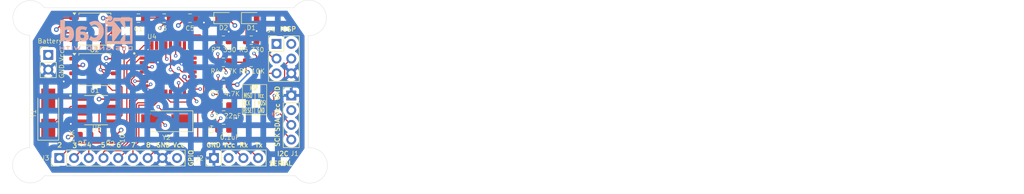
<source format=kicad_pcb>
(kicad_pcb (version 20241229) (generator "pcbnew") (generator_version "9.0")
  (title_block (title "${project_name}") (date "2025-05-20") (rev "1") (company "2-Layer PCB Version"))
  (layers (0 "F.Cu" mixed) (4 "In1.Cu" mixed) (6 "In2.Cu" mixed) (2 "B.Cu" mixed) (13 "F.Paste" user) (15 "B.Paste" user) (5 "F.SilkS" user "F.Silkscreen") (7 "B.SilkS" user "B.Silkscreen") (1 "F.Mask" user) (3 "B.Mask" user) (25 "Edge.Cuts" user))
  (property "project_name" "MCU Datalogger with memory and clock")
  (net 0 "")
  (net 1 "Net-(U5-~{INTA})")
  (net 2 "GND")
  (net 3 "/Vcc")
  (net 4 "Net-(U4-PB6)")
  (net 5 "Net-(U4-PB7)")
  (net 6 "/Abc123")
  (net 7 "Net-(D1-K)")
  (net 8 "/SCK")
  (net 9 "Net-(D2-K)")
  (net 10 "/SDA")
  (net 11 "/TX")
  (net 12 "/RX")
  (net 13 "/D8")
  (net 14 "/D2")
  (net 15 "/D6")
  (net 16 "/D7")
  (net 17 "/D3")
  (net 18 "/D4")
  (net 19 "/D5")
  (net 20 "/MOSI")
  (net 21 "/MISO")
  (net 22 "/RESET")
  (net 32 "Net-(U5-SQW{slash}~INT)")
  (net 33 "Net-(U5-X2)")
  (net 34 "Net-(U5-X1)")
  (footprint "Connector_PinHeader_2.54mm:PinHeader_1x02_P2.54mm_Vertical" (layer "F.Cu") (at 81.915 59.685)
    (property "Reference" "BT1")
    (property "Value" "Battery" (at 0.285 -2.385 0) (layer "F.SilkS") (effects (font (size 0.8 0.8) (thickness 0.1))))
    (pad "1" thru_hole rect (at 0 0) (size 1.7 1.7) (drill 1) (layers "*.Cu" "*.Mask") (net 3 "/Vcc"))
    (pad "2" thru_hole circle (at 0 2.54) (size 1.7 1.7) (drill 1) (layers "*.Cu" "*.Mask") (net 2 "GND"))
  )
  (footprint "Package_SO:SOIC-8_5.3x5.3mm_P1.27mm" (layer "F.Cu") (at 89.9475 62.23)
    (property "Reference" "U1" (at 0 3.57 0) (layer "F.SilkS") (effects (font (size 0.8 0.8) (thickness 0.1))))
    (property "Value" "24LC1025")
    (pad "1" smd roundrect (at -3.5875 -1.905) (size 1.625 0.65) (layers "F.Cu" "F.Mask" "F.Paste") (net 3 "/Vcc"))
    (pad "2" smd roundrect (at -3.5875 -0.635) (size 1.625 0.65) (layers "F.Cu" "F.Mask" "F.Paste") (net 3 "/Vcc"))
    (pad "3" smd roundrect (at -3.5875 0.635) (size 1.625 0.65) (layers "F.Cu" "F.Mask" "F.Paste") (net 3 "/Vcc"))
    (pad "4" smd roundrect (at -3.5875 1.905) (size 1.625 0.65) (layers "F.Cu" "F.Mask" "F.Paste") (net 2 "GND"))
    (pad "5" smd roundrect (at 3.5875 1.905) (size 1.625 0.65) (layers "F.Cu" "F.Mask" "F.Paste") (net 10 "/SDA"))
    (pad "6" smd roundrect (at 3.5875 0.635) (size 1.625 0.65) (layers "F.Cu" "F.Mask" "F.Paste") (net 8 "/SCK"))
    (pad "7" smd roundrect (at 3.5875 -0.635) (size 1.625 0.65) (layers "F.Cu" "F.Mask" "F.Paste") (net 2 "GND"))
    (pad "8" smd roundrect (at 3.5875 -1.905) (size 1.625 0.65) (layers "F.Cu" "F.Mask" "F.Paste") (net 3 "/Vcc"))
  )
  (footprint "Resistor_SMD:R_0805_2012Metric" (layer "F.Cu") (at 92.3525 73.66 180)
    (property "Reference" "R2" (at -0.2475 -1.34 0) (layer "F.SilkS") (effects (font (size 0.8 0.8) (thickness 0.1))))
    (property "Value" "10K" (at -2.3475 -0.04 90) (layer "F.SilkS") (effects (font (size 0.8 0.8) (thickness 0.1))))
    (pad "1" smd roundrect (at -0.9125 0 180) (size 1.025 1.4) (layers "F.Cu" "F.Mask" "F.Paste") (roundrect_rratio 0.243902) (net 3 "/Vcc"))
    (pad "2" smd roundrect (at 0.9125 0 180) (size 1.025 1.4) (layers "F.Cu" "F.Mask" "F.Paste") (roundrect_rratio 0.243902) (net 32 "Net-(U5-SQW{slash}~INT)"))
  )
  (footprint "Capacitor_SMD:C_0805_2012Metric" (layer "F.Cu") (at 97.47 53.34)
    (property "Reference" "C1" (at 0 1.86 0) (layer "F.SilkS") (effects (font (size 0.8 0.8) (thickness 0.1))))
    (property "Value" "0.1uF")
    (pad "1" smd roundrect (at -0.95 0) (size 1 1.45) (layers "F.Cu" "F.Mask" "F.Paste") (net 3 "/Vcc"))
    (pad "2" smd roundrect (at 0.95 0) (size 1 1.45) (layers "F.Cu" "F.Mask" "F.Paste") (net 2 "GND"))
  )
  (footprint "MountingHole:MountingHole_2.1mm" (layer "F.Cu") (at 78.74 78.74)
    (property "Reference" "H2")
    (property "Value" "MountingHole")
    (pad "" np_thru_hole circle (at 0 0) (size 2.1 2.1) (drill 2.1) (layers "*.Cu" "*.Mask"))
  )
  (footprint "Connector_PinHeader_2.54mm:PinHeader_1x04_P2.54mm_Vertical" (layer "F.Cu") (at 123.825 66.675)
    (property "Reference" "J1" (at 0.575 10.025 0) (layer "F.SilkS") (effects (font (size 0.8 0.8) (thickness 0.1))))
    (property "Value" "Conn_01x04_Pin")
    (pad "1" thru_hole rect (at 0 0) (size 1.7 1.7) (drill 1) (layers "*.Cu" "*.Mask") (net 2 "GND"))
    (pad "2" thru_hole circle (at 0 2.54) (size 1.7 1.7) (drill 1) (layers "*.Cu" "*.Mask") (net 3 "/Vcc"))
    (pad "3" thru_hole circle (at 0 5.08) (size 1.7 1.7) (drill 1) (layers "*.Cu" "*.Mask") (net 10 "/SDA"))
    (pad "4" thru_hole circle (at 0 7.62) (size 1.7 1.7) (drill 1) (layers "*.Cu" "*.Mask") (net 8 "/SCK"))
  )
  (footprint "Crystal:Crystal_SMD_5032-2Pin_5.0x3.2mm_HandSoldering" (layer "F.Cu") (at 81.915 69.85 90)
    (property "Reference" "Y1" (at 0.05 -2.515 90) (layer "F.SilkS") (effects (font (size 0.8 0.8) (thickness 0.1))))
    (property "Value" "32.768 KHz")
    (pad "1" smd rect (at -2.6 0 90) (size 3.5 2.4) (layers "F.Cu" "F.Mask" "F.Paste") (net 33 "Net-(U5-X2)"))
    (pad "2" smd rect (at 2.6 0 90) (size 3.5 2.4) (layers "F.Cu" "F.Mask" "F.Paste") (net 34 "Net-(U5-X1)"))
  )
  (footprint "Capacitor_SMD:C_0805_2012Metric" (layer "F.Cu") (at 106.36 53.34)
    (property "Reference" "C5" (at 0 1.76 0) (layer "F.SilkS") (effects (font (size 0.8 0.8) (thickness 0.1))))
    (property "Value" "100nF")
    (pad "1" smd roundrect (at -0.95 0) (size 1 1.45) (layers "F.Cu" "F.Mask" "F.Paste") (net 3 "/Vcc"))
    (pad "2" smd roundrect (at 0.95 0) (size 1 1.45) (layers "F.Cu" "F.Mask" "F.Paste") (net 2 "GND"))
  )
  (footprint "Crystal:Crystal_SMD_5032-2Pin_5.0x3.2mm_HandSoldering" (layer "F.Cu") (at 102.295 71.12 180)
    (property "Reference" "Y2" (at 0 -2.8 0) (layer "F.SilkS") (effects (font (size 0.8 0.8) (thickness 0.1))))
    (property "Value" "16 MHz")
    (pad "1" smd rect (at -2.6 0 180) (size 3.5 2.4) (layers "F.Cu" "F.Mask" "F.Paste") (net 5 "Net-(U4-PB7)"))
    (pad "2" smd rect (at 2.6 0 180) (size 3.5 2.4) (layers "F.Cu" "F.Mask" "F.Paste") (net 4 "Net-(U4-PB6)"))
  )
  (footprint "Resistor_SMD:R_0805_2012Metric" (layer "F.Cu") (at 112.1175 57.15)
    (property "Reference" "R7" (at -1.3175 1.65 0) (layer "F.SilkS") (effects (font (size 0.8 0.8) (thickness 0.1))))
    (property "Value" "330" (at 1.0825 1.65 0) (layer "F.SilkS") (effects (font (size 0.8 0.8) (thickness 0.1))))
    (pad "1" smd roundrect (at -0.9125 0) (size 1.025 1.4) (layers "F.Cu" "F.Mask" "F.Paste") (roundrect_rratio 0.243902) (net 9 "Net-(D2-K)"))
    (pad "2" smd roundrect (at 0.9125 0) (size 1.025 1.4) (layers "F.Cu" "F.Mask" "F.Paste") (roundrect_rratio 0.243902) (net 2 "GND"))
  )
  (footprint "Footprints:QFP80P900X900X120-32N" (layer "F.Cu") (at 102.595 62.23)
    (property "Reference" "U4" (at -2.795 -5.695 0) (layer "F.SilkS") (effects (font (size 0.8 0.8) (thickness 0.1))))
    (property "Value" "ATMEGA328P-AU")
    (pad "1" smd roundrect (at -4.17 -2.8) (size 1.47 0.55) (layers "F.Cu" "F.Mask" "F.Paste") (roundrect_rratio 0.125) (net 17 "/D3"))
    (pad "2" smd roundrect (at -4.17 -2) (size 1.47 0.55) (layers "F.Cu" "F.Mask" "F.Paste") (roundrect_rratio 0.125) (net 18 "/D4"))
    (pad "3" smd roundrect (at -4.17 -1.2) (size 1.47 0.55) (layers "F.Cu" "F.Mask" "F.Paste") (roundrect_rratio 0.125) (net 2 "GND"))
    (pad "4" smd roundrect (at -4.17 -0.4) (size 1.47 0.55) (layers "F.Cu" "F.Mask" "F.Paste") (roundrect_rratio 0.125) (net 3 "/Vcc"))
    (pad "5" smd roundrect (at -4.17 0.4) (size 1.47 0.55) (layers "F.Cu" "F.Mask" "F.Paste") (roundrect_rratio 0.125) (net 2 "GND"))
    (pad "6" smd roundrect (at -4.17 1.2) (size 1.47 0.55) (layers "F.Cu" "F.Mask" "F.Paste") (roundrect_rratio 0.125))
    (pad "7" smd roundrect (at -4.17 2) (size 1.47 0.55) (layers "F.Cu" "F.Mask" "F.Paste") (roundrect_rratio 0.125) (net 4 "Net-(U4-PB6)"))
    (pad "8" smd roundrect (at -4.17 2.8) (size 1.47 0.55) (layers "F.Cu" "F.Mask" "F.Paste") (roundrect_rratio 0.125) (net 5 "Net-(U4-PB7)"))
    (pad "9" smd roundrect (at -2.8 4.17) (size 0.55 1.47) (layers "F.Cu" "F.Mask" "F.Paste") (roundrect_rratio 0.125) (net 19 "/D5"))
    (pad "10" smd roundrect (at -2 4.17) (size 0.55 1.47) (layers "F.Cu" "F.Mask" "F.Paste") (roundrect_rratio 0.125) (net 15 "/D6"))
    (pad "11" smd roundrect (at -1.2 4.17) (size 0.55 1.47) (layers "F.Cu" "F.Mask" "F.Paste") (roundrect_rratio 0.125) (net 16 "/D7"))
    (pad "12" smd roundrect (at -0.4 4.17) (size 0.55 1.47) (layers "F.Cu" "F.Mask" "F.Paste") (roundrect_rratio 0.125) (net 13 "/D8"))
    (pad "13" smd roundrect (at 0.4 4.17) (size 0.55 1.47) (layers "F.Cu" "F.Mask" "F.Paste") (roundrect_rratio 0.125))
    (pad "14" smd roundrect (at 1.2 4.17) (size 0.55 1.47) (layers "F.Cu" "F.Mask" "F.Paste") (roundrect_rratio 0.125))
    (pad "15" smd roundrect (at 2 4.17) (size 0.55 1.47) (layers "F.Cu" "F.Mask" "F.Paste") (roundrect_rratio 0.125) (net 20 "/MOSI"))
    (pad "16" smd roundrect (at 2.8 4.17) (size 0.55 1.47) (layers "F.Cu" "F.Mask" "F.Paste") (roundrect_rratio 0.125) (net 21 "/MISO"))
    (pad "17" smd roundrect (at 4.17 2.8) (size 1.47 0.55) (layers "F.Cu" "F.Mask" "F.Paste") (roundrect_rratio 0.125) (net 8 "/SCK"))
    (pad "18" smd roundrect (at 4.17 2) (size 1.47 0.55) (layers "F.Cu" "F.Mask" "F.Paste") (roundrect_rratio 0.125) (net 3 "/Vcc"))
    (pad "19" smd roundrect (at 4.17 1.2) (size 1.47 0.55) (layers "F.Cu" "F.Mask" "F.Paste") (roundrect_rratio 0.125))
    (pad "20" smd roundrect (at 4.17 0.4) (size 1.47 0.55) (layers "F.Cu" "F.Mask" "F.Paste") (roundrect_rratio 0.125) (net 6 "/Abc123"))
    (pad "21" smd roundrect (at 4.17 -0.4) (size 1.47 0.55) (layers "F.Cu" "F.Mask" "F.Paste") (roundrect_rratio 0.125) (net 2 "GND"))
    (pad "22" smd roundrect (at 4.17 -1.2) (size 1.47 0.55) (layers "F.Cu" "F.Mask" "F.Paste") (roundrect_rratio 0.125))
    (pad "23" smd roundrect (at 4.17 -2) (size 1.47 0.55) (layers "F.Cu" "F.Mask" "F.Paste") (roundrect_rratio 0.125))
    (pad "24" smd roundrect (at 4.17 -2.8) (size 1.47 0.55) (layers "F.Cu" "F.Mask" "F.Paste") (roundrect_rratio 0.125))
    (pad "25" smd roundrect (at 2.8 -4.17) (size 0.55 1.47) (layers "F.Cu" "F.Mask" "F.Paste") (roundrect_rratio 0.125))
    (pad "26" smd roundrect (at 2 -4.17) (size 0.55 1.47) (layers "F.Cu" "F.Mask" "F.Paste") (roundrect_rratio 0.125))
    (pad "27" smd roundrect (at 1.2 -4.17) (size 0.55 1.47) (layers "F.Cu" "F.Mask" "F.Paste") (roundrect_rratio 0.125) (net 10 "/SDA"))
    (pad "28" smd roundrect (at 0.4 -4.17) (size 0.55 1.47) (layers "F.Cu" "F.Mask" "F.Paste") (roundrect_rratio 0.125) (net 8 "/SCK"))
    (pad "29" smd roundrect (at -0.4 -4.17) (size 0.55 1.47) (layers "F.Cu" "F.Mask" "F.Paste") (roundrect_rratio 0.125) (net 22 "/RESET"))
    (pad "30" smd roundrect (at -1.2 -4.17) (size 0.55 1.47) (layers "F.Cu" "F.Mask" "F.Paste") (roundrect_rratio 0.125) (net 12 "/RX"))
    (pad "31" smd roundrect (at -2 -4.17) (size 0.55 1.47) (layers "F.Cu" "F.Mask" "F.Paste") (roundrect_rratio 0.125) (net 11 "/TX"))
    (pad "32" smd roundrect (at -2.8 -4.17) (size 0.55 1.47) (layers "F.Cu" "F.Mask" "F.Paste") (roundrect_rratio 0.125) (net 14 "/D2"))
  )
  (footprint "Resistor_SMD:R_0805_2012Metric" (layer "F.Cu") (at 112.1175 64.77 180)
    (property "Reference" "R3" (at 1.5175 -1.53 0) (layer "F.SilkS") (effects (font (size 0.8 0.8) (thickness 0.1))))
    (property "Value" "4.7K" (at -1.4825 -1.63 0) (layer "F.SilkS") (effects (font (size 0.8 0.8) (thickness 0.1))))
    (pad "1" smd roundrect (at -0.9125 0 180) (size 1.025 1.4) (layers "F.Cu" "F.Mask" "F.Paste") (roundrect_rratio 0.243902) (net 3 "/Vcc"))
    (pad "2" smd roundrect (at 0.9125 0 180) (size 1.025 1.4) (layers "F.Cu" "F.Mask" "F.Paste") (roundrect_rratio 0.243902) (net 8 "/SCK"))
  )
  (footprint "Connector_PinHeader_2.54mm:PinHeader_2x03_P2.54mm_Vertical" (layer "F.Cu") (at 121.285 57.785)
    (property "Reference" "J4" (at -0.885 -2.38 0) (layer "F.SilkS") (effects (font (size 0.8 0.8) (thickness 0.1))))
    (property "Value" "Conn_02x03_Odd_Even")
    (pad "1" thru_hole rect (at 0 0) (size 1.7 1.7) (drill 1) (layers "*.Cu" "*.Mask") (net 21 "/MISO"))
    (pad "2" thru_hole circle (at 2.54 0) (size 1.7 1.7) (drill 1) (layers "*.Cu" "*.Mask") (net 3 "/Vcc"))
    (pad "3" thru_hole circle (at 0 2.54) (size 1.7 1.7) (drill 1) (layers "*.Cu" "*.Mask") (net 8 "/SCK"))
    (pad "4" thru_hole circle (at 2.54 2.54) (size 1.7 1.7) (drill 1) (layers "*.Cu" "*.Mask") (net 20 "/MOSI"))
    (pad "5" thru_hole circle (at 0 5.08) (size 1.7 1.7) (drill 1) (layers "*.Cu" "*.Mask") (net 22 "/RESET"))
    (pad "6" thru_hole circle (at 2.54 5.08) (size 1.7 1.7) (drill 1) (layers "*.Cu" "*.Mask") (net 2 "GND"))
  )
  (footprint "Capacitor_SMD:C_0805_2012Metric" (layer "F.Cu") (at 112.155 68.58 180)
    (property "Reference" "C2" (at 1.655 -1.62 0) (layer "F.SilkS") (effects (font (size 0.8 0.8) (thickness 0.1))))
    (property "Value" "22pF" (at -1.545 -1.62 0) (layer "F.SilkS") (effects (font (size 0.8 0.8) (thickness 0.1))))
    (pad "1" smd roundrect (at -0.95 0 180) (size 1 1.45) (layers "F.Cu" "F.Mask" "F.Paste") (net 2 "GND"))
    (pad "2" smd roundrect (at 0.95 0 180) (size 1 1.45) (layers "F.Cu" "F.Mask" "F.Paste") (net 4 "Net-(U4-PB6)"))
  )
  (footprint "Capacitor_SMD:C_0805_2012Metric" (layer "F.Cu") (at 101.915 53.34)
    (property "Reference" "C3" (at -0.315 1.76 0) (layer "F.SilkS") (effects (font (size 0.8 0.8) (thickness 0.1))))
    (property "Value" "22pF")
    (pad "1" smd roundrect (at -0.95 0) (size 1 1.45) (layers "F.Cu" "F.Mask" "F.Paste") (net 2 "GND"))
    (pad "2" smd roundrect (at 0.95 0) (size 1 1.45) (layers "F.Cu" "F.Mask" "F.Paste") (net 5 "Net-(U4-PB7)"))
  )
  (footprint "Resistor_SMD:R_0805_2012Metric" (layer "F.Cu") (at 88.265 73.66)
    (property "Reference" "R1" (at -0.465 1.34 0) (layer "F.SilkS") (effects (font (size 0.8 0.8) (thickness 0.1))))
    (property "Value" "10K" (at -2.265 0.04 270) (layer "F.SilkS") (effects (font (size 0.8 0.8) (thickness 0.1))))
    (pad "1" smd roundrect (at -0.9125 0) (size 1.025 1.4) (layers "F.Cu" "F.Mask" "F.Paste") (roundrect_rratio 0.243902) (net 3 "/Vcc"))
    (pad "2" smd roundrect (at 0.9125 0) (size 1.025 1.4) (layers "F.Cu" "F.Mask" "F.Paste") (roundrect_rratio 0.243902) (net 1 "Net-(U5-~{INTA})"))
  )
  (footprint "Resistor_SMD:R_0805_2012Metric" (layer "F.Cu") (at 116.92 57.15 180)
    (property "Reference" "R5" (at 1.32 -1.65 0) (layer "F.SilkS") (effects (font (size 0.8 0.8) (thickness 0.1))))
    (property "Value" "330" (at -1.08 -1.65 0) (layer "F.SilkS") (effects (font (size 0.8 0.8) (thickness 0.1))))
    (pad "1" smd roundrect (at -0.9125 0 180) (size 1.025 1.4) (layers "F.Cu" "F.Mask" "F.Paste") (roundrect_rratio 0.243902) (net 2 "GND"))
    (pad "2" smd roundrect (at 0.9125 0 180) (size 1.025 1.4) (layers "F.Cu" "F.Mask" "F.Paste") (roundrect_rratio 0.243902) (net 7 "Net-(D1-K)"))
  )
  (footprint "Capacitor_SMD:C_0805_2012Metric" (layer "F.Cu") (at 112.155 72.39 180)
    (property "Reference" "C4" (at 2.155 -0.11 90) (layer "F.SilkS") (effects (font (size 0.8 0.8) (thickness 0.1))))
    (property "Value" "0.1uF" (at -1.045 -1.51 180) (layer "F.SilkS") (effects (font (size 0.8 0.8) (thickness 0.1))))
    (pad "1" smd roundrect (at -0.95 0 180) (size 1 1.45) (layers "F.Cu" "F.Mask" "F.Paste") (net 2 "GND"))
    (pad "2" smd roundrect (at 0.95 0 180) (size 1 1.45) (layers "F.Cu" "F.Mask" "F.Paste") (net 6 "/Abc123"))
  )
  (footprint "MountingHole:MountingHole_2.1mm" (layer "F.Cu") (at 127 78.74)
    (property "Reference" "H4")
    (property "Value" "MountingHole")
    (pad "" np_thru_hole circle (at 0 0) (size 2.1 2.1) (drill 2.1) (layers "*.Cu" "*.Mask"))
  )
  (footprint "Connector_PinHeader_2.54mm:PinHeader_1x09_P2.54mm_Vertical" (layer "F.Cu") (at 83.82 77.47 90)
    (property "Reference" "J3" (at 0 -2.42 180) (layer "F.SilkS") (effects (font (size 0.8 0.8) (thickness 0.1))))
    (property "Value" "Conn_01x09_Pin")
    (pad "1" thru_hole rect (at 0 0 90) (size 1.7 1.7) (drill 1) (layers "*.Cu" "*.Mask") (net 14 "/D2"))
    (pad "2" thru_hole circle (at 0 2.54 90) (size 1.7 1.7) (drill 1) (layers "*.Cu" "*.Mask") (net 17 "/D3"))
    (pad "3" thru_hole circle (at 0 5.08 90) (size 1.7 1.7) (drill 1) (layers "*.Cu" "*.Mask") (net 18 "/D4"))
    (pad "4" thru_hole circle (at 0 7.62 90) (size 1.7 1.7) (drill 1) (layers "*.Cu" "*.Mask") (net 19 "/D5"))
    (pad "5" thru_hole circle (at 0 10.16 90) (size 1.7 1.7) (drill 1) (layers "*.Cu" "*.Mask") (net 15 "/D6"))
    (pad "6" thru_hole circle (at 0 12.7 90) (size 1.7 1.7) (drill 1) (layers "*.Cu" "*.Mask") (net 16 "/D7"))
    (pad "7" thru_hole circle (at 0 15.24 90) (size 1.7 1.7) (drill 1) (layers "*.Cu" "*.Mask") (net 13 "/D8"))
    (pad "8" thru_hole circle (at 0 17.78 90) (size 1.7 1.7) (drill 1) (layers "*.Cu" "*.Mask") (net 2 "GND"))
    (pad "9" thru_hole circle (at 0 20.32 90) (size 1.7 1.7) (drill 1) (layers "*.Cu" "*.Mask") (net 3 "/Vcc"))
  )
  (footprint "Footprints:SOIC127P600X175-8N" (layer "F.Cu") (at 90.17 69.215)
    (property "Reference" "U5" (at 0.13 3.085 0) (layer "F.SilkS") (effects (font (size 0.8 0.8) (thickness 0.1))))
    (property "Value" "DS1337S_")
    (pad "1" smd roundrect (at -2.475 -1.905) (size 1.97 0.59) (layers "F.Cu" "F.Mask" "F.Paste") (roundrect_rratio 0.125) (net 34 "Net-(U5-X1)"))
    (pad "2" smd roundrect (at -2.475 -0.635) (size 1.97 0.59) (layers "F.Cu" "F.Mask" "F.Paste") (roundrect_rratio 0.125) (net 33 "Net-(U5-X2)"))
    (pad "3" smd roundrect (at -2.475 0.635) (size 1.97 0.59) (layers "F.Cu" "F.Mask" "F.Paste") (roundrect_rratio 0.125) (net 1 "Net-(U5-~{INTA})"))
    (pad "4" smd roundrect (at -2.475 1.905) (size 1.97 0.59) (layers "F.Cu" "F.Mask" "F.Paste") (roundrect_rratio 0.125) (net 2 "GND"))
    (pad "5" smd roundrect (at 2.475 1.905) (size 1.97 0.59) (layers "F.Cu" "F.Mask" "F.Paste") (roundrect_rratio 0.125) (net 10 "/SDA"))
    (pad "6" smd roundrect (at 2.475 0.635) (size 1.97 0.59) (layers "F.Cu" "F.Mask" "F.Paste") (roundrect_rratio 0.125) (net 8 "/SCK"))
    (pad "7" smd roundrect (at 2.475 -0.635) (size 1.97 0.59) (layers "F.Cu" "F.Mask" "F.Paste") (roundrect_rratio 0.125) (net 32 "Net-(U5-SQW{slash}~INT)"))
    (pad "8" smd roundrect (at 2.475 -1.905) (size 1.97 0.59) (layers "F.Cu" "F.Mask" "F.Paste") (roundrect_rratio 0.125) (net 3 "/Vcc"))
  )
  (footprint "Connector_PinHeader_2.54mm:PinHeader_1x04_P2.54mm_Vertical" (layer "F.Cu") (at 110.49 77.47 90)
    (property "Reference" "J2" (at -0.03 -2.49 180) (layer "F.SilkS") (effects (font (size 0.8 0.8) (thickness 0.1))))
    (property "Value" "Conn_01x04_Pin")
    (pad "1" thru_hole rect (at 0 0 90) (size 1.7 1.7) (drill 1) (layers "*.Cu" "*.Mask") (net 2 "GND"))
    (pad "2" thru_hole circle (at 0 2.54 90) (size 1.7 1.7) (drill 1) (layers "*.Cu" "*.Mask") (net 3 "/Vcc"))
    (pad "3" thru_hole circle (at 0 5.08 90) (size 1.7 1.7) (drill 1) (layers "*.Cu" "*.Mask") (net 12 "/RX"))
    (pad "4" thru_hole circle (at 0 7.62 90) (size 1.7 1.7) (drill 1) (layers "*.Cu" "*.Mask") (net 11 "/TX"))
  )
  (footprint "LED_SMD:LED_0805_2012Metric" (layer "F.Cu") (at 112.1425 53.34)
    (property "Reference" "D2" (at 0 1.66 0) (layer "F.SilkS") (effects (font (size 0.8 0.8) (thickness 0.1))))
    (property "Value" "LED")
    (pad "1" smd roundrect (at -0.9375 0) (size 0.975 1.4) (layers "F.Cu" "F.Mask" "F.Paste") (net 9 "Net-(D2-K)"))
    (pad "2" smd roundrect (at 0.9375 0) (size 0.975 1.4) (layers "F.Cu" "F.Mask" "F.Paste") (net 3 "/Vcc"))
  )
  (footprint "Resistor_SMD:R_0805_2012Metric" (layer "F.Cu") (at 112.1175 60.96 180)
    (property "Reference" "R4" (at 1.4175 -1.54 0) (layer "F.SilkS") (effects (font (size 0.8 0.8) (thickness 0.1))))
    (property "Value" "4.7K" (at -0.9825 -1.54 0) (layer "F.SilkS") (effects (font (size 0.8 0.8) (thickness 0.1))))
    (pad "1" smd roundrect (at -0.9125 0 180) (size 1.025 1.4) (layers "F.Cu" "F.Mask" "F.Paste") (roundrect_rratio 0.243902) (net 3 "/Vcc"))
    (pad "2" smd roundrect (at 0.9125 0 180) (size 1.025 1.4) (layers "F.Cu" "F.Mask" "F.Paste") (roundrect_rratio 0.243902) (net 10 "/SDA"))
  )
  (footprint "MountingHole:MountingHole_2.1mm" (layer "F.Cu") (at 127 53.3273)
    (property "Reference" "H3")
    (property "Value" "MountingHole")
    (pad "" np_thru_hole circle (at 0 0) (size 2.1 2.1) (drill 2.1) (layers "*.Cu" "*.Mask"))
  )
  (footprint "LED_SMD:LED_0805_2012Metric" (layer "F.Cu") (at 116.92 53.34)
    (property "Reference" "D1" (at 0 1.66 0) (layer "F.SilkS") (effects (font (size 0.8 0.8) (thickness 0.1))))
    (property "Value" "LED")
    (pad "1" smd roundrect (at -0.9375 0) (size 0.975 1.4) (layers "F.Cu" "F.Mask" "F.Paste") (net 7 "Net-(D1-K)"))
    (pad "2" smd roundrect (at 0.9375 0) (size 0.975 1.4) (layers "F.Cu" "F.Mask" "F.Paste") (net 8 "/SCK"))
  )
  (footprint "Package_SO:SOIC-8_5.3x5.3mm_P1.27mm" (layer "F.Cu") (at 89.9475 55.245)
    (property "Reference" "U2" (at -0.0475 3.555 0) (layer "F.SilkS") (effects (font (size 0.8 0.8) (thickness 0.1))))
    (property "Value" "24LC1025")
    (pad "1" smd roundrect (at -3.5875 -1.905) (size 1.625 0.65) (layers "F.Cu" "F.Mask" "F.Paste") (net 3 "/Vcc"))
    (pad "2" smd roundrect (at -3.5875 -0.635) (size 1.625 0.65) (layers "F.Cu" "F.Mask" "F.Paste") (net 2 "GND"))
    (pad "3" smd roundrect (at -3.5875 0.635) (size 1.625 0.65) (layers "F.Cu" "F.Mask" "F.Paste") (net 3 "/Vcc"))
    (pad "4" smd roundrect (at -3.5875 1.905) (size 1.625 0.65) (layers "F.Cu" "F.Mask" "F.Paste") (net 2 "GND"))
    (pad "5" smd roundrect (at 3.5875 1.905) (size 1.625 0.65) (layers "F.Cu" "F.Mask" "F.Paste") (net 10 "/SDA"))
    (pad "6" smd roundrect (at 3.5875 0.635) (size 1.625 0.65) (layers "F.Cu" "F.Mask" "F.Paste") (net 8 "/SCK"))
    (pad "7" smd roundrect (at 3.5875 -0.635) (size 1.625 0.65) (layers "F.Cu" "F.Mask" "F.Paste") (net 2 "GND"))
    (pad "8" smd roundrect (at 3.5875 -1.905) (size 1.625 0.65) (layers "F.Cu" "F.Mask" "F.Paste") (net 3 "/Vcc"))
  )
  (footprint "MountingHole:MountingHole_2.1mm" (layer "F.Cu") (at 78.74 53.34)
    (property "Reference" "H1")
    (property "Value" "MountingHole")
    (pad "" np_thru_hole circle (at 0 0) (size 2.1 2.1) (drill 2.1) (layers "*.Cu" "*.Mask"))
  )
  (footprint "Resistor_SMD:R_0805_2012Metric" (layer "F.Cu") (at 116.92 60.96)
    (property "Reference" "R6" (at -1.32 1.54 0) (layer "F.SilkS") (effects (font (size 0.8 0.8) (thickness 0.1))))
    (property "Value" "10K" (at 1.18 1.54 0) (layer "F.SilkS") (effects (font (size 0.8 0.8) (thickness 0.1))))
    (pad "1" smd roundrect (at -0.9125 0) (size 1.025 1.4) (layers "F.Cu" "F.Mask" "F.Paste") (roundrect_rratio 0.243902) (net 3 "/Vcc"))
    (pad "2" smd roundrect (at 0.9125 0) (size 1.025 1.4) (layers "F.Cu" "F.Mask" "F.Paste") (roundrect_rratio 0.243902) (net 22 "/RESET"))
  )
  (footprint "Symbol:KiCad-Logo2_5mm_SilkScreen" (layer "B.Cu") (at 90.17 55.88 180)
    (property "Reference" "REF**" (hide yes))
    (property "Value" "KiCad-Logo2_5mm_SilkScreen" (hide yes))
  )
  (gr_line (start 115.4 70.0035) (end 119.5783 70.0035) (stroke (width 0.1)) (layer "F.SilkS"))
  (gr_line (start 119.591 70.0035) (end 119.591 64.7965) (stroke (width 0.1)) (layer "F.SilkS"))
  (gr_line (start 119.591 64.7965) (end 115.4 64.7965) (stroke (width 0.1)) (layer "F.SilkS"))
  (gr_line (start 115.4 64.7965) (end 115.4 70.0035) (stroke (width 0.1)) (layer "F.SilkS"))
  (gr_arc (start 81.283871 80.518436) (mid 76.117346 80.148158) (end 78.7146 75.6666) (stroke (width 0.05)) (layer "Edge.Cuts"))
  (gr_arc (start 126.747177 75.726724) (mid 129.79724 80.016608) (end 124.560071 80.543914) (stroke (width 0.05)) (layer "Edge.Cuts"))
  (gr_line (start 124.560071 80.543914) (end 81.28369 80.518) (stroke (width 0.05)) (layer "Edge.Cuts"))
  (gr_arc (start 78.7146 56.315827) (mid 76.165918 51.900076) (end 81.25319 51.562) (stroke (width 0.05)) (layer "Edge.Cuts"))
  (gr_line (start 81.253201 51.562002) (end 124.311276 51.562) (stroke (width 0.05)) (layer "Edge.Cuts"))
  (gr_line (start 126.72056 56.359565) (end 126.747187 75.726724) (stroke (width 0.05)) (layer "Edge.Cuts"))
  (gr_arc (start 124.309875 51.56103) (mid 129.559647 51.92846) (end 126.72056 56.359565) (stroke (width 0.05)) (layer "Edge.Cuts"))
  (gr_line (start 78.7146 56.315778) (end 78.7146 75.6666) (stroke (width 0.05)) (layer "Edge.Cuts"))
  (gr_text "GND" (at 121.9 67.6 90) (layer "F.SilkS") (effects (font (size 0.8 0.8) (thickness 0.15) (bold yes)) (justify left bottom)))
  (gr_text "Rx" (at 114.8 75.7 0) (layer "F.SilkS") (effects (font (size 0.8 0.8) (thickness 0.15) (bold yes)) (justify left bottom)))
  (gr_text "SCK" (at 121.9 75.6 90) (layer "F.SilkS") (effects (font (size 0.8 0.8) (thickness 0.15) (bold yes)) (justify left bottom)))
  (gr_text "Tx" (at 117.5 75.7 0) (layer "F.SilkS") (effects (font (size 0.8 0.8) (thickness 0.15) (bold yes)) (justify left bottom)))
  (gr_text "GND" (at 84.7 63.8 90) (layer "F.SilkS") (effects (font (size 0.8 0.8) (thickness 0.1)) (justify left bottom)))
  (gr_text "8" (at 98.7 75.7 0) (layer "F.SilkS") (effects (font (size 0.8 0.8) (thickness 0.15) (bold yes)) (justify left bottom)))
  (gr_text "GND" (at 100.4 75.7 0) (layer "F.SilkS") (effects (font (size 0.8 0.8) (thickness 0.15) (bold yes)) (justify left bottom)))
  (gr_text "6" (at 93.6 75.7 0) (layer "F.SilkS") (effects (font (size 0.8 0.8) (thickness 0.15) (bold yes)) (justify left bottom)))
  (gr_text "ICSP" (at 121.8 55.7 0) (layer "F.SilkS") (effects (font (size 0.8 0.8) (thickness 0.15) (bold yes)) (justify left bottom)))
  (gr_text "7" (at 96.1 75.7 0) (layer "F.SilkS") (effects (font (size 0.8 0.8) (thickness 0.15) (bold yes)) (justify left bottom)))
  (gr_text "2" (at 83.4 75.7 0) (layer "F.SilkS") (effects (font (size 0.8 0.8) (thickness 0.15) (bold yes)) (justify left bottom)))
  (gr_text "3\n" (at 86 75.8 0) (layer "F.SilkS") (effects (font (size 0.8 0.8) (thickness 0.15) (bold yes)) (justify left bottom)))
  (gr_text "Vcc" (at 121.9 70.2 90) (layer "F.SilkS") (effects (font (size 0.8 0.8) (thickness 0.15) (bold yes)) (justify left bottom)))
  (gr_text "SDA" (at 121.9 73 90) (layer "F.SilkS") (effects (font (size 0.8 0.8) (thickness 0.15) (bold yes)) (justify left bottom)))
  (gr_text "I2C" (at 121.3 77.2 0) (layer "F.SilkS") (effects (font (size 0.8 0.8) (thickness 0.15) (bold yes)) (justify left bottom)))
  (gr_text "GPIO" (at 107 79 90) (layer "F.SilkS") (effects (font (size 0.8 0.8) (thickness 0.15) (bold yes)) (justify left bottom)))
  (gr_text "SERIAL" (at 119.9 78.9 0) (layer "F.SilkS") (effects (font (size 0.8 0.8) (thickness 0.15) (bold yes)) (justify left bottom)))
  (gr_text "ICSP\nMISO | Vcc\n SCK  | MOSI\nRESET| GND" (at 117.376 69.7375 0) (layer "F.SilkS") (effects (font (size 0.8 0.4) (thickness 0.1)) (justify bottom)))
  (gr_text "Vcc" (at 103.3 75.7 0) (layer "F.SilkS") (effects (font (size 0.8 0.8) (thickness 0.15) (bold yes)) (justify left bottom)))
  (gr_text "5" (at 90.9 75.7 0) (layer "F.SilkS") (effects (font (size 0.8 0.8) (thickness 0.15) (bold yes)) (justify left bottom)))
  (gr_text "4" (at 88.5 75.7 0) (layer "F.SilkS") (effects (font (size 0.8 0.8) (thickness 0.15) (bold yes)) (justify left bottom)))
  (gr_text "GND" (at 109.1 75.7 0) (layer "F.SilkS") (effects (font (size 0.8 0.8) (thickness 0.15) (bold yes)) (justify left bottom)))
  (gr_text "Vcc" (at 84.7 60.9 90) (layer "F.SilkS") (effects (font (size 0.8 0.8) (thickness 0.1)) (justify left bottom)))
  (gr_text "Vcc" (at 112 75.7 0) (layer "F.SilkS") (effects (font (size 0.8 0.8) (thickness 0.15) (bold yes)) (justify left bottom)))
  (segment (start 89.408 73.4295) (end 89.408 70.358) (width 0.2) (layer "F.Cu") (net 1))
  (segment (start 89.408 70.358) (end 88.9 69.85) (width 0.2) (layer "F.Cu") (net 1))
  (segment (start 88.9 69.85) (end 87.695 69.85) (width 0.2) (layer "F.Cu") (net 1))
  (segment (start 89.1775 73.66) (end 89.408 73.4295) (width 0.2) (layer "F.Cu") (net 1))
  (segment (start 87.884 55.118) (end 87.884 55.88) (width 0.2) (layer "F.Cu") (net 2))
  (segment (start 87.376 54.61) (end 87.884 55.118) (width 0.2) (layer "F.Cu") (net 2))
  (segment (start 93.535 54.61) (end 92.0496 54.61) (width 0.2) (layer "F.Cu") (net 2))
  (segment (start 107.31 53.34) (end 108.0008 53.34) (width 0.2) (layer "F.Cu") (net 2))
  (segment (start 86.2584 71.12) (end 85.8012 71.5772) (width 0.2) (layer "F.Cu") (net 2))
  (segment (start 92.329 61.595) (end 91.948 61.214) (width 0.2) (layer "F.Cu") (net 2))
  (segment (start 87.884 56.642) (end 87.376 57.15) (width 0.2) (layer "F.Cu") (net 2))
  (segment (start 99.384312 62.992) (end 100.584 62.992) (width 0.2) (layer "F.Cu") (net 2))
  (segment (start 92.0496 54.61) (end 91.9988 54.5592) (width 0.2) (layer "F.Cu") (net 2))
  (segment (start 93.535 61.595) (end 92.329 61.595) (width 0.2) (layer "F.Cu") (net 2))
  (segment (start 117.8325 57.15) (end 117.8325 55.5987) (width 0.2) (layer "F.Cu") (net 2))
  (segment (start 86.36 54.61) (end 87.376 54.61) (width 0.2) (layer "F.Cu") (net 2))
  (segment (start 93.535 54.61) (end 97.15 54.61) (width 0.2) (layer "F.Cu") (net 2))
  (segment (start 113.105 70.485) (end 114.2238 70.485) (width 0.2) (layer "F.Cu") (net 2))
  (segment (start 100.768 61.03) (end 100.838 60.96) (width 0.2) (layer "F.Cu") (net 2))
  (segment (start 100.965 53.34) (end 98.42 53.34) (width 0.2) (layer "F.Cu") (net 2))
  (segment (start 87.884 55.88) (end 88.646 55.88) (width 0.2) (layer "F.Cu") (net 2))
  (segment (start 97.15 54.61) (end 98.42 53.34) (width 0.2) (layer "F.Cu") (net 2))
  (segment (start 99.246312 62.854) (end 99.384312 62.992) (width 0.2) (layer "F.Cu") (net 2))
  (segment (start 100.838 62.738) (end 100.838 60.96) (width 0.2) (layer "F.Cu") (net 2))
  (segment (start 113.105 68.58) (end 113.105 70.485) (width 0.2) (layer "F.Cu") (net 2))
  (segment (start 108.0008 53.34) (end 108.7628 54.102) (width 0.2) (layer "F.Cu") (net 2))
  (segment (start 105.518 61.83) (end 104.902 61.214) (width 0.2) (layer "F.Cu") (net 2))
  (segment (start 86.36 64.135) (end 84.709 64.135) (width 0.2) (layer "F.Cu") (net 2))
  (segment (start 98.425 62.63) (end 98.649 62.854) (width 0.2) (layer "F.Cu") (net 2))
  (segment (start 98.425 61.03) (end 100.768 61.03) (width 0.2) (layer "F.Cu") (net 2))
  (segment (start 113.105 70.485) (end 113.105 72.39) (width 0.2) (layer "F.Cu") (net 2))
  (segment (start 117.8325 55.5987) (end 117.856 55.5752) (width 0.2) (layer "F.Cu") (net 2))
  (segment (start 87.376 57.15) (end 86.36 57.15) (width 0.2) (layer "F.Cu") (net 2))
  (segment (start 106.765 61.83) (end 105.518 61.83) (width 0.2) (layer "F.Cu") (net 2))
  (segment (start 98.649 62.854) (end 99.246312 62.854) (width 0.2) (layer "F.Cu") (net 2))
  (segment (start 87.695 71.12) (end 86.2584 71.12) (width 0.2) (layer "F.Cu") (net 2))
  (segment (start 100.584 62.992) (end 100.838 62.738) (width 0.2) (layer "F.Cu") (net 2))
  (segment (start 113.03 57.15) (end 113.03 55.6768) (width 0.2) (layer "F.Cu") (net 2))
  (segment (start 84.709 64.135) (end 84.582 64.262) (width 0.2) (layer "F.Cu") (net 2))
  (segment (start 87.884 55.88) (end 87.884 56.642) (width 0.2) (layer "F.Cu") (net 2))
  (segment (start 114.2238 70.485) (end 114.3508 70.612) (width 0.2) (layer "F.Cu") (net 2))
  (via (at 114.3508 70.612) (size 0.6) (drill 0.3) (layers "F.Cu" "B.Cu") (net 2))
  (via (at 88.646 55.88) (size 0.6) (drill 0.3) (layers "F.Cu" "B.Cu") (net 2))
  (via (at 91.948 61.214) (size 0.6) (drill 0.3) (layers "F.Cu" "B.Cu") (net 2))
  (via (at 85.8012 71.5772) (size 0.6) (drill 0.3) (layers "F.Cu" "B.Cu") (net 2))
  (via (at 91.9988 54.5592) (size 0.6) (drill 0.3) (layers "F.Cu" "B.Cu") (net 2))
  (via (at 108.7628 54.102) (size 0.6) (drill 0.3) (layers "F.Cu" "B.Cu") (net 2))
  (via (at 84.582 64.262) (size 0.6) (drill 0.3) (layers "F.Cu" "B.Cu") (net 2))
  (via (at 104.902 61.214) (size 0.6) (drill 0.3) (layers "F.Cu" "B.Cu") (net 2))
  (via (at 117.856 55.5752) (size 0.6) (drill 0.3) (layers "F.Cu" "B.Cu") (net 2))
  (via (at 100.838 60.96) (size 0.6) (drill 0.3) (layers "F.Cu" "B.Cu") (net 2))
  (via (at 113.03 55.6768) (size 0.6) (drill 0.3) (layers "F.Cu" "B.Cu") (net 2))
  (segment (start 86.36 53.34) (end 84.582 53.34) (width 0.25) (layer "F.Cu") (net 3))
  (segment (start 113.03 60.96) (end 116.0075 60.96) (width 0.25) (layer "F.Cu") (net 3))
  (segment (start 105.886 64.23) (end 105.41 63.754) (width 0.25) (layer "F.Cu") (net 3))
  (segment (start 84.074 54.5592) (end 83.312 55.3212) (width 0.25) (layer "F.Cu") (net 3))
  (segment (start 84.074 55.118) (end 84.836 55.88) (width 0.25) (layer "F.Cu") (net 3))
  (segment (start 84.582 53.34) (end 84.074 53.848) (width 0.25) (layer "F.Cu") (net 3))
  (segment (start 93.265 73.66) (end 93.472 73.66) (width 0.25) (layer "F.Cu") (net 3))
  (segment (start 106.765 64.23) (end 105.886 64.23) (width 0.25) (layer "F.Cu") (net 3))
  (segment (start 105.41 53.34) (end 105.41 53.5432) (width 0.25) (layer "F.Cu") (net 3))
  (segment (start 93.472 73.66) (end 94.488 72.644) (width 0.25) (layer "F.Cu") (net 3))
  (segment (start 105.41 53.5432) (end 104.3432 54.61) (width 0.25) (layer "F.Cu") (net 3))
  (segment (start 86.36 61.595) (end 87.7062 61.595) (width 0.25) (layer "F.Cu") (net 3))
  (segment (start 99.722 61.83) (end 99.822 61.73) (width 0.25) (layer "F.Cu") (net 3))
  (segment (start 114.4524 64.77) (end 114.5032 64.8208) (width 0.25) (layer "F.Cu") (net 3))
  (segment (start 87.3525 73.66) (end 85.5472 73.66) (width 0.25) (layer "F.Cu") (net 3))
  (segment (start 113.03 64.77) (end 114.4524 64.77) (width 0.25) (layer "F.Cu") (net 3))
  (segment (start 93.535 53.34) (end 91.3892 53.34) (width 0.25) (layer "F.Cu") (net 3))
  (segment (start 85.5472 73.66) (end 85.344 73.8632) (width 0.25) (layer "F.Cu") (net 3))
  (segment (start 116.0075 62.4135) (end 116.2812 62.6872) (width 0.25) (layer "F.Cu") (net 3))
  (segment (start 113.08 53.5932) (end 114.0968 54.61) (width 0.25) (layer "F.Cu") (net 3))
  (segment (start 91.9734 60.325) (end 91.8972 60.2488) (width 0.25) (layer "F.Cu") (net 3))
  (segment (start 113.08 53.34) (end 113.0808 53.34) (width 0.25) (layer "F.Cu") (net 3))
  (segment (start 113.08 53.34) (end 113.08 53.5932) (width 0.25) (layer "F.Cu") (net 3))
  (segment (start 86.36 61.595) (end 86.36 62.865) (width 0.25) (layer "F.Cu") (net 3))
  (segment (start 84.074 54.483) (end 84.074 55.118) (width 0.25) (layer "F.Cu") (net 3))
  (segment (start 105.41 63.754) (end 105.41 63.5) (width 0.25) (layer "F.Cu") (net 3))
  (segment (start 92.645 67.31) (end 90.678 67.31) (width 0.25) (layer "F.Cu") (net 3))
  (segment (start 98.425 61.83) (end 99.722 61.83) (width 0.25) (layer "F.Cu") (net 3))
  (segment (start 93.535 60.325) (end 91.9734 60.325) (width 0.25) (layer "F.Cu") (net 3))
  (segment (start 84.836 55.88) (end 86.36 55.88) (width 0.25) (layer "F.Cu") (net 3))
  (segment (start 116.0075 60.96) (end 116.0075 62.4135) (width 0.25) (layer "F.Cu") (net 3))
  (segment (start 87.7062 61.595) (end 87.884 61.4172) (width 0.25) (layer "F.Cu") (net 3))
  (segment (start 86.36 60.325) (end 86.36 61.595) (width 0.25) (layer "F.Cu") (net 3))
  (segment (start 84.074 54.483) (end 84.074 54.5592) (width 0.25) (layer "F.Cu") (net 3))
  (segment (start 84.074 53.848) (end 84.074 54.483) (width 0.25) (layer "F.Cu") (net 3))
  (segment (start 96.52 53.34) (end 93.535 53.34) (width 0.25) (layer "F.Cu") (net 3))
  (via (at 90.678 67.31) (size 0.8) (drill 0.4) (layers "F.Cu" "B.Cu") (net 3))
  (via (at 85.344 73.8632) (size 0.8) (drill 0.4) (layers "F.Cu" "B.Cu") (net 3))
  (via (at 91.8972 60.2488) (size 0.8) (drill 0.4) (layers "F.Cu" "B.Cu") (net 3))
  (via (at 104.3432 54.61) (size 0.8) (drill 0.4) (layers "F.Cu" "B.Cu") (net 3))
  (via (at 83.312 55.3212) (size 0.8) (drill 0.4) (layers "F.Cu" "B.Cu") (net 3))
  (via (at 116.2812 62.6872) (size 0.8) (drill 0.4) (layers "F.Cu" "B.Cu") (net 3))
  (via (at 114.0968 54.61) (size 0.8) (drill 0.4) (layers "F.Cu" "B.Cu") (net 3))
  (via (at 99.822 61.73) (size 0.6) (drill 0.3) (layers "F.Cu" "B.Cu") (net 3))
  (via (at 114.5032 64.8208) (size 0.8) (drill 0.4) (layers "F.Cu" "B.Cu") (net 3))
  (via (at 91.3892 53.34) (size 0.8) (drill 0.4) (layers "F.Cu" "B.Cu") (net 3))
  (via (at 105.41 63.5) (size 0.8) (drill 0.4) (layers "F.Cu" "B.Cu") (net 3))
  (via (at 94.488 72.644) (size 0.8) (drill 0.4) (layers "F.Cu" "B.Cu") (net 3))
  (via (at 87.884 61.4172) (size 0.8) (drill 0.4) (layers "F.Cu" "B.Cu") (net 3))
  (segment (start 114.5032 64.8208) (end 116.2812 63.0428) (width 0.25) (layer "B.Cu") (net 3))
  (segment (start 116.2812 63.0428) (end 116.2812 62.6872) (width 0.25) (layer "B.Cu") (net 3))
  (segment (start 99.695 71.12) (end 101.3968 71.12) (width 0.2) (layer "F.Cu") (net 4))
  (segment (start 98.4062 64.2112) (end 98.425 64.23) (width 0.2) (layer "F.Cu") (net 4))
  (segment (start 110.1344 69.6506) (end 111.205 68.58) (width 0.2) (layer "F.Cu") (net 4))
  (segment (start 96.866 64.2112) (end 98.4062 64.2112) (width 0.2) (layer "F.Cu") (net 4))
  (segment (start 101.3968 71.12) (end 102.108 71.8312) (width 0.2) (layer "F.Cu") (net 4))
  (segment (start 110.1344 70.104) (end 110.1344 69.6506) (width 0.2) (layer "F.Cu") (net 4))
  (via (at 102.108 71.8312) (size 0.6) (drill 0.3) (layers "F.Cu" "B.Cu") (net 4))
  (via (at 110.1344 70.104) (size 0.6) (drill 0.3) (layers "F.Cu" "B.Cu") (net 4))
  (via (at 96.866 64.2112) (size 0.6) (drill 0.3) (layers "F.Cu" "B.Cu") (net 4))
  (segment (start 103.378 71.12) (end 100.8888 68.6308) (width 0.2) (layer "F.Cu") (net 5))
  (segment (start 99.308 65.03) (end 99.568 64.77) (width 0.2) (layer "F.Cu") (net 5))
  (segment (start 101.153 55.052) (end 102.865 53.34) (width 0.2) (layer "F.Cu") (net 5))
  (segment (start 98.5834 64.8716) (end 98.425 65.03) (width 0.2) (layer "F.Cu") (net 5))
  (segment (start 98.425 65.03) (end 99.308 65.03) (width 0.2) (layer "F.Cu") (net 5))
  (segment (start 104.895 71.12) (end 103.378 71.12) (width 0.2) (layer "F.Cu") (net 5))
  (via (at 99.568 64.77) (size 0.6) (drill 0.3) (layers "F.Cu" "B.Cu") (net 5))
  (via (at 100.8888 68.6308) (size 0.6) (drill 0.3) (layers "F.Cu" "B.Cu") (net 5))
  (via (at 101.153 55.052) (size 0.6) (drill 0.3) (layers "F.Cu" "B.Cu") (net 5))
  (segment (start 104.394 62.0268) (end 104.9972 62.63) (width 0.2) (layer "F.Cu") (net 6))
  (segment (start 111.205 71.0654) (end 111.6584 70.612) (width 0.2) (layer "F.Cu") (net 6))
  (segment (start 104.9972 62.63) (end 106.765 62.63) (width 0.2) (layer "F.Cu") (net 6))
  (segment (start 111.205 72.39) (end 111.205 71.0654) (width 0.2) (layer "F.Cu") (net 6))
  (via (at 104.394 62.0268) (size 0.6) (drill 0.3) (layers "F.Cu" "B.Cu") (net 6))
  (via (at 111.6584 70.612) (size 0.6) (drill 0.3) (layers "F.Cu" "B.Cu") (net 6))
  (segment (start 116.0075 53.365) (end 115.9825 53.34) (width 0.2) (layer "F.Cu") (net 7))
  (segment (start 116.0075 57.15) (end 116.0075 53.365) (width 0.2) (layer "F.Cu") (net 7))
  (segment (start 91.694 64.516) (end 92.964 65.786) (width 0.2) (layer "F.Cu") (net 8))
  (segment (start 117.8575 53.34) (end 119.38 54.8625) (width 0.2) (layer "F.Cu") (net 8))
  (segment (start 123.825 74.295) (end 120.811 71.281) (width 0.2) (layer "F.Cu") (net 8))
  (segment (start 107.3178 65.5828) (end 106.765 65.03) (width 0.2) (layer "F.Cu") (net 8))
  (segment (start 120.777 60.325) (end 121.285 60.325) (width 0.2) (layer "F.Cu") (net 8))
  (segment (start 102.995 62.355) (end 102.995 62.23) (width 0.2) (layer "F.Cu") (net 8))
  (segment (start 92.257976 62.865) (end 93.535 62.865) (width 0.2) (layer "F.Cu") (net 8))
  (segment (start 108.112 65.5828) (end 107.3178 65.5828) (width 0.2) (layer "F.Cu") (net 8))
  (segment (start 93.535 55.88) (end 92.722501 55.88) (width 0.2) (layer "F.Cu") (net 8))
  (segment (start 120.811 66.7934) (end 120.904 66.7004) (width 0.2) (layer "F.Cu") (net 8))
  (segment (start 90.932 57.670501) (end 90.932 62.23) (width 0.2) (layer "F.Cu") (net 8))
  (segment (start 103.124 62.23) (end 102.995 62.23) (width 0.2) (layer "F.Cu") (net 8))
  (segment (start 119.38 54.8625) (end 119.38 58.928) (width 0.2) (layer "F.Cu") (net 8))
  (segment (start 92.722501 55.88) (end 90.932 57.670501) (width 0.2) (layer "F.Cu") (net 8))
  (segment (start 94.234 69.342) (end 93.726 69.85) (width 0.2) (layer "F.Cu") (net 8))
  (segment (start 119.38 58.928) (end 120.777 60.325) (width 0.2) (layer "F.Cu") (net 8))
  (segment (start 90.932 62.23) (end 91.622976 62.23) (width 0.2) (layer "F.Cu") (net 8))
  (segment (start 93.726 69.85) (end 92.645 69.85) (width 0.2) (layer "F.Cu") (net 8))
  (segment (start 106.765 65.03) (end 105.924 65.03) (width 0.2) (layer "F.Cu") (net 8))
  (segment (start 120.811 71.281) (end 120.811 66.7934) (width 0.2) (layer "F.Cu") (net 8))
  (segment (start 90.932 62.23) (end 91.694 62.992) (width 0.2) (layer "F.Cu") (net 8))
  (segment (start 91.622976 62.23) (end 92.039488 62.646512) (width 0.2) (layer "F.Cu") (net 8))
  (segment (start 111.205 64.77) (end 111.205 63.3006) (width 0.2) (layer "F.Cu") (net 8))
  (segment (start 105.924 65.03) (end 103.124 62.23) (width 0.2) (layer "F.Cu") (net 8))
  (segment (start 94.234 65.786) (end 94.234 69.342) (width 0.2) (layer "F.Cu") (net 8))
  (segment (start 92.964 65.786) (end 94.234 65.786) (width 0.2) (layer "F.Cu") (net 8))
  (segment (start 111.205 63.3006) (end 111.2012 63.2968) (width 0.2) (layer "F.Cu") (net 8))
  (segment (start 102.995 62.23) (end 102.995 58.06) (width 0.2) (layer "F.Cu") (net 8))
  (segment (start 92.039488 62.646512) (end 92.257976 62.865) (width 0.2) (layer "F.Cu") (net 8))
  (segment (start 91.694 62.992) (end 91.694 64.516) (width 0.2) (layer "F.Cu") (net 8))
  (via (at 102.995 62.23) (size 0.6) (drill 0.3) (layers "F.Cu" "B.Cu") (net 8))
  (via (at 111.2012 63.2968) (size 0.6) (drill 0.3) (layers "F.Cu" "B.Cu") (net 8))
  (via (at 120.904 66.7004) (size 0.6) (drill 0.3) (layers "F.Cu" "B.Cu") (net 8))
  (via (at 90.932 62.23) (size 0.6) (drill 0.3) (layers "F.Cu" "B.Cu") (net 8))
  (via (at 108.112 65.5828) (size 0.6) (drill 0.3) (layers "F.Cu" "B.Cu") (net 8))
  (segment (start 111.205 57.15) (end 111.205 53.34) (width 0.2) (layer "F.Cu") (net 9))
  (segment (start 103.886 58.151) (end 103.795 58.06) (width 0.2) (layer "F.Cu") (net 10))
  (segment (start 93.63 71.12) (end 94.635 70.115) (width 0.2) (layer "F.Cu") (net 10))
  (segment (start 93.535 64.135) (end 94.615 64.135) (width 0.2) (layer "F.Cu") (net 10))
  (segment (start 94.996 58.611) (end 93.535 57.15) (width 0.2) (layer "F.Cu") (net 10))
  (segment (start 92.645 71.12) (end 93.63 71.12) (width 0.2) (layer "F.Cu") (net 10))
  (segment (start 94.635 70.115) (end 94.635 65.235) (width 0.2) (layer "F.Cu") (net 10))
  (segment (start 94.635 65.235) (end 93.535 64.135) (width 0.2) (layer "F.Cu") (net 10))
  (segment (start 112.5728 62.738) (end 112.5728 62.3278) (width 0.2) (layer "F.Cu") (net 10))
  (segment (start 121.92 69.85) (end 121.412 69.85) (width 0.2) (layer "F.Cu") (net 10))
  (segment (start 94.615 64.135) (end 94.996 63.754) (width 0.2) (layer "F.Cu") (net 10))
  (segment (start 123.825 71.755) (end 121.92 69.85) (width 0.2) (layer "F.Cu") (net 10))
  (segment (start 111.205 60.96) (end 111.205 59.5922) (width 0.2) (layer "F.Cu") (net 10))
  (segment (start 111.205 59.5922) (end 111.1504 59.5376) (width 0.2) (layer "F.Cu") (net 10))
  (segment (start 94.996 63.754) (end 94.996 58.674) (width 0.2) (layer "F.Cu") (net 10))
  (segment (start 94.996 58.674) (end 94.996 58.611) (width 0.2) (layer "F.Cu") (net 10))
  (segment (start 112.5728 62.3278) (end 111.205 60.96) (width 0.2) (layer "F.Cu") (net 10))
  (segment (start 103.886 59.8424) (end 103.886 58.151) (width 0.2) (layer "F.Cu") (net 10))
  (via (at 111.1504 59.5376) (size 0.6) (drill 0.3) (layers "F.Cu" "B.Cu") (net 10))
  (via (at 112.5728 62.738) (size 0.6) (drill 0.3) (layers "F.Cu" "B.Cu") (net 10))
  (via (at 103.886 59.8424) (size 0.6) (drill 0.3) (layers "F.Cu" "B.Cu") (net 10))
  (via (at 94.996 58.674) (size 0.6) (drill 0.3) (layers "F.Cu" "B.Cu") (net 10))
  (via (at 121.412 69.85) (size 0.6) (drill 0.3) (layers "F.Cu" "B.Cu") (net 10))
  (segment (start 109.22 74.168) (end 109.113 74.061) (width 0.2) (layer "F.Cu") (net 11))
  (segment (start 114.808 74.168) (end 109.22 74.168) (width 0.2) (layer "F.Cu") (net 11))
  (segment (start 100.595 57.325) (end 100.595 58.06) (width 0.2) (layer "F.Cu") (net 11))
  (segment (start 101.679 56.241) (end 100.595 57.325) (width 0.2) (layer "F.Cu") (net 11))
  (segment (start 109.113 57.2379) (end 108.1161 56.241) (width 0.2) (layer "F.Cu") (net 11))
  (segment (start 118.11 77.47) (end 114.808 74.168) (width 0.2) (layer "F.Cu") (net 11))
  (segment (start 108.1161 56.241) (end 101.679 56.241) (width 0.2) (layer "F.Cu") (net 11))
  (segment (start 109.113 74.061) (end 109.113 57.2379) (width 0.2) (layer "F.Cu") (net 11))
  (segment (start 101.395 57.355) (end 101.395 58.06) (width 0.2) (layer "F.Cu") (net 12))
  (segment (start 108.712 57.404) (end 107.95 56.642) (width 0.2) (layer "F.Cu") (net 12))
  (segment (start 115.57 77.47) (end 112.776 74.676) (width 0.2) (layer "F.Cu") (net 12))
  (segment (start 112.776 74.676) (end 108.712 74.676) (width 0.2) (layer "F.Cu") (net 12))
  (segment (start 107.95 56.642) (end 102.108 56.642) (width 0.2) (layer "F.Cu") (net 12))
  (segment (start 102.108 56.642) (end 101.395 57.355) (width 0.2) (layer "F.Cu") (net 12))
  (segment (start 108.712 74.676) (end 108.712 57.404) (width 0.2) (layer "F.Cu") (net 12))
  (segment (start 106.172 67.818) (end 103.015688 67.818) (width 0.2) (layer "F.Cu") (net 13))
  (segment (start 102.616 73.914) (end 107.696 73.914) (width 0.2) (layer "F.Cu") (net 13))
  (segment (start 107.696 69.342) (end 106.172 67.818) (width 0.2) (layer "F.Cu") (net 13))
  (segment (start 103.015688 67.818) (end 102.195 66.997312) (width 0.2) (layer "F.Cu") (net 13))
  (segment (start 107.696 73.914) (end 107.696 69.342) (width 0.2) (layer "F.Cu") (net 13))
  (segment (start 99.06 77.47) (end 102.616 73.914) (width 0.2) (layer "F.Cu") (net 13))
  (segment (start 102.195 66.997312) (end 102.195 66.4) (width 0.2) (layer "F.Cu") (net 13))
  (segment (start 95.463 73.8959) (end 95.463 60.994688) (width 0.2) (layer "F.Cu") (net 14))
  (segment (start 86.38955 74.90045) (end 94.45845 74.90045) (width 0.2) (layer "F.Cu") (net 14))
  (segment (start 94.45845 74.90045) (end 95.463 73.8959) (width 0.2) (layer "F.Cu") (net 14))
  (segment (start 95.463 60.994688) (end 98.397688 58.06) (width 0.2) (layer "F.Cu") (net 14))
  (segment (start 98.397688 58.06) (end 99.795 58.06) (width 0.2) (layer "F.Cu") (net 14))
  (segment (start 83.82 77.47) (end 86.38955 74.90045) (width 0.2) (layer "F.Cu") (net 14))
  (segment (start 97.135 68.1799) (end 97.135 74.4923) (width 0.2) (layer "F.Cu") (net 15))
  (segment (start 100.595 67.299) (end 99.949 67.945) (width 0.2) (layer "F.Cu") (net 15))
  (segment (start 97.3699 67.945) (end 97.135 68.1799) (width 0.2) (layer "F.Cu") (net 15))
  (segment (start 97.135 74.4923) (end 94.1573 77.47) (width 0.2) (layer "F.Cu") (net 15))
  (segment (start 100.595 66.4) (end 100.595 67.299) (width 0.2) (layer "F.Cu") (net 15))
  (segment (start 94.1573 77.47) (end 93.98 77.47) (width 0.2) (layer "F.Cu") (net 15))
  (segment (start 99.949 67.945) (end 97.3699 67.945) (width 0.2) (layer "F.Cu") (net 15))
  (segment (start 100.184 68.346) (end 97.536 68.346) (width 0.2) (layer "F.Cu") (net 16))
  (segment (start 96.52 75.6744) (end 97.536 74.6584) (width 0.2) (layer "F.Cu") (net 16))
  (segment (start 101.395 66.4) (end 101.395 67.135) (width 0.2) (layer "F.Cu") (net 16))
  (segment (start 101.395 67.135) (end 100.184 68.346) (width 0.2) (layer "F.Cu") (net 16))
  (segment (start 96.52 77.47) (end 96.52 75.6744) (width 0.2) (layer "F.Cu") (net 16))
  (segment (start 97.536 74.6584) (end 97.536 68.346) (width 0.2) (layer "F.Cu") (net 16))
  (segment (start 97.69 59.43) (end 96.373 60.747) (width 0.2) (layer "F.Cu") (net 17))
  (segment (start 95.932 73.994) (end 94.528 75.398) (width 0.2) (layer "F.Cu") (net 17))
  (segment (start 96.373 63.287157) (end 95.864 63.796157) (width 0.2) (layer "F.Cu") (net 17))
  (segment (start 91.3618 75.398) (end 91.2148 75.545) (width 0.2) (layer "F.Cu") (net 17))
  (segment (start 94.528 75.398) (end 91.3618 75.398) (width 0.2) (layer "F.Cu") (net 17))
  (segment (start 86.36 77.4065) (end 86.36 77.47) (width 0.2) (layer "F.Cu") (net 17))
  (segment (start 95.864 64.626243) (end 96.373 65.135243) (width 0.2) (layer "F.Cu") (net 17))
  (segment (start 95.864 63.796157) (end 95.864 64.626243) (width 0.2) (layer "F.Cu") (net 17))
  (segment (start 96.373 65.135243) (end 96.373 67.0448) (width 0.2) (layer "F.Cu") (net 17))
  (segment (start 96.373 60.747) (end 96.373 63.287157) (width 0.2) (layer "F.Cu") (net 17))
  (segment (start 98.425 59.43) (end 97.69 59.43) (width 0.2) (layer "F.Cu") (net 17))
  (segment (start 96.373 67.0448) (end 95.932 67.4858) (width 0.2) (layer "F.Cu") (net 17))
  (segment (start 91.2148 75.545) (end 88.9879 75.545) (width 0.2) (layer "F.Cu") (net 17))
  (segment (start 88.9879 75.545) (end 88.5869 75.946) (width 0.2) (layer "F.Cu") (net 17))
  (segment (start 95.932 67.4858) (end 95.932 73.994) (width 0.2) (layer "F.Cu") (net 17))
  (segment (start 88.5869 75.946) (end 87.8205 75.946) (width 0.2) (layer "F.Cu") (net 17))
  (segment (start 87.8205 75.946) (end 86.36 77.4065) (width 0.2) (layer "F.Cu") (net 17))
  (segment (start 96.333 67.6519) (end 96.774 67.2109) (width 0.2) (layer "F.Cu") (net 18))
  (segment (start 96.774 63.453257) (end 96.774 61.214) (width 0.2) (layer "F.Cu") (net 18))
  (segment (start 91.3809 75.946) (end 91.5279 75.799) (width 0.2) (layer "F.Cu") (net 18))
  (segment (start 96.333 74.1601) (end 96.333 67.6519) (width 0.2) (layer "F.Cu") (net 18))
  (segment (start 89.154 75.946) (end 91.3809 75.946) (width 0.2) (layer "F.Cu") (net 18))
  (segment (start 88.9 76.2) (end 89.154 75.946) (width 0.2) (layer "F.Cu") (net 18))
  (segment (start 96.265 64.460143) (end 96.265 63.962257) (width 0.2) (layer "F.Cu") (net 18))
  (segment (start 96.774 64.969143) (end 96.265 64.460143) (width 0.2) (layer "F.Cu") (net 18))
  (segment (start 96.774 67.2109) (end 96.774 64.969143) (width 0.2) (layer "F.Cu") (net 18))
  (segment (start 97.758 60.23) (end 98.425 60.23) (width 0.2) (layer "F.Cu") (net 18))
  (segment (start 96.265 63.962257) (end 96.774 63.453257) (width 0.2) (layer "F.Cu") (net 18))
  (segment (start 94.6941 75.799) (end 96.333 74.1601) (width 0.2) (layer "F.Cu") (net 18))
  (segment (start 88.9 77.47) (end 88.9 76.2) (width 0.2) (layer "F.Cu") (net 18))
  (segment (start 96.774 61.214) (end 97.758 60.23) (width 0.2) (layer "F.Cu") (net 18))
  (segment (start 91.5279 75.799) (end 94.6941 75.799) (width 0.2) (layer "F.Cu") (net 18))
  (segment (start 96.734 67.858) (end 98.192 66.4) (width 0.2) (layer "F.Cu") (net 19))
  (segment (start 91.694 76.2) (end 94.8602 76.2) (width 0.2) (layer "F.Cu") (net 19))
  (segment (start 96.734 74.3262) (end 96.734 67.858) (width 0.2) (layer "F.Cu") (net 19))
  (segment (start 91.44 77.47) (end 91.44 76.454) (width 0.2) (layer "F.Cu") (net 19))
  (segment (start 98.192 66.4) (end 99.795 66.4) (width 0.2) (layer "F.Cu") (net 19))
  (segment (start 94.8602 76.2) (end 96.734 74.3262) (width 0.2) (layer "F.Cu") (net 19))
  (segment (start 91.44 76.454) (end 91.694 76.2) (width 0.2) (layer "F.Cu") (net 19))
  (segment (start 122.682 64.008) (end 120.1928 66.4972) (width 0.2) (layer "F.Cu") (net 20))
  (segment (start 122.682 61.468) (end 122.674 61.476) (width 0.2) (layer "F.Cu") (net 20))
  (segment (start 104.394 66.199) (end 104.595 66.4) (width 0.2) (layer "F.Cu") (net 20))
  (segment (start 122.674 61.476) (end 122.674 64) (width 0.2) (layer "F.Cu") (net 20))
  (segment (start 104.542 64.516) (end 104.394 64.664) (width 0.2) (layer "F.Cu") (net 20))
  (segment (start 120.1928 66.4972) (end 110.3376 66.4972) (width 0.2) (layer "F.Cu") (net 20))
  (segment (start 122.674 64) (end 122.682 64.008) (width 0.2) (layer "F.Cu") (net 20))
  (segment (start 104.394 64.516) (end 104.394 66.199) (width 0.2) (layer "F.Cu") (net 20))
  (segment (start 104.394 64.516) (end 104.542 64.516) (width 0.2) (layer "F.Cu") (net 20))
  (segment (start 123.825 60.325) (end 122.682 61.468) (width 0.2) (layer "F.Cu") (net 20))
  (via (at 104.394 64.516) (size 0.6) (drill 0.3) (layers "F.Cu" "B.Cu") (net 20))
  (via (at 110.3376 66.4972) (size 0.6) (drill 0.3) (layers "F.Cu" "B.Cu") (net 20))
  (segment (start 106.278 66.4) (end 106.426 66.548) (width 0.2) (layer "F.Cu") (net 21))
  (segment (start 106.426 66.548) (end 107.4928 67.6148) (width 0.2) (layer "F.Cu") (net 21))
  (segment (start 105.395 66.4) (end 106.278 66.4) (width 0.2) (layer "F.Cu") (net 21))
  (segment (start 107.4928 67.6148) (end 107.4928 67.7164) (width 0.2) (layer "F.Cu") (net 21))
  (via (at 107.4928 67.7164) (size 0.6) (drill 0.3) (layers "F.Cu" "B.Cu") (net 21))
  (segment (start 102.195 60.2342) (end 102.195 58.06) (width 0.2) (layer "F.Cu") (net 22))
  (segment (start 117.8325 61.1905) (end 117.8325 60.96) (width 0.2) (layer "F.Cu") (net 22))
  (segment (start 119.507 62.865) (end 117.8325 61.1905) (width 0.2) (layer "F.Cu") (net 22))
  (segment (start 121.285 62.865) (end 119.507 62.865) (width 0.2) (layer "F.Cu") (net 22))
  (segment (start 117.8325 60.96) (end 117.8325 59.8697) (width 0.2) (layer "F.Cu") (net 22))
  (segment (start 102.362 60.4012) (end 102.195 60.2342) (width 0.2) (layer "F.Cu") (net 22))
  (segment (start 117.8325 59.8697) (end 117.3988 59.436) (width 0.2) (layer "F.Cu") (net 22))
  (via (at 102.362 60.4012) (size 0.6) (drill 0.3) (layers "F.Cu" "B.Cu") (net 22))
  (via (at 117.3988 59.436) (size 0.6) (drill 0.3) (layers "F.Cu" "B.Cu") (net 22))
  (segment (start 91.694 68.58) (end 92.645 68.58) (width 0.2) (layer "F.Cu") (net 32))
  (segment (start 90.678 69.596) (end 91.694 68.58) (width 0.2) (layer "F.Cu") (net 32))
  (segment (start 90.678 72.898) (end 90.678 69.596) (width 0.2) (layer "F.Cu") (net 32))
  (segment (start 91.44 73.66) (end 90.678 72.898) (width 0.2) (layer "F.Cu") (net 32))
  (segment (start 85.785 68.58) (end 87.695 68.58) (width 0.2) (layer "F.Cu") (net 33))
  (segment (start 81.915 72.45) (end 85.785 68.58) (width 0.2) (layer "F.Cu") (net 33))
  (segment (start 81.915 67.25) (end 87.635 67.25) (width 0.2) (layer "F.Cu") (net 34))
  (segment (start 87.635 67.25) (end 87.695 67.31) (width 0.2) (layer "F.Cu") (net 34))
  (zone (net 2) (net_name "GND") (layer "B.Cu") (connect_pads (clearance 0.5)) (min_thickness 0.25) (fill yes (mode hatch) (thermal_gap 0.5) (thermal_bridge_width 0.5) (hatch_thickness 1) (hatch_gap 1.5) (hatch_orientation 0) (hatch_border_algorithm hatch_thickness) (hatch_min_hole_area 0.3))
    (polygon (pts (xy 123.19 51.943) (xy 123.317 51.943) (xy 82.296 52.07)))
  )
  (zone (net 2) (net_name "GND") (layer "B.Cu") (priority 1) (connect_pads (clearance 0.5)) (min_thickness 0.25) (fill yes (mode hatch) (thermal_gap 0.5) (thermal_bridge_width 0.5) (hatch_thickness 1) (hatch_gap 1.5) (hatch_orientation 0) (hatch_border_algorithm hatch_thickness) (hatch_min_hole_area 0.3))
    (polygon (pts (xy 82.423242 52.069606) (xy 79.249427 57.227055) (xy 79.375 75.184) (xy 82.55 80.01) (xy 123.19 80.01) (xy 126.111 75.819) (xy 126.111 56.376454) (xy 123.06354 51.943785)))
  )
)
</source>
